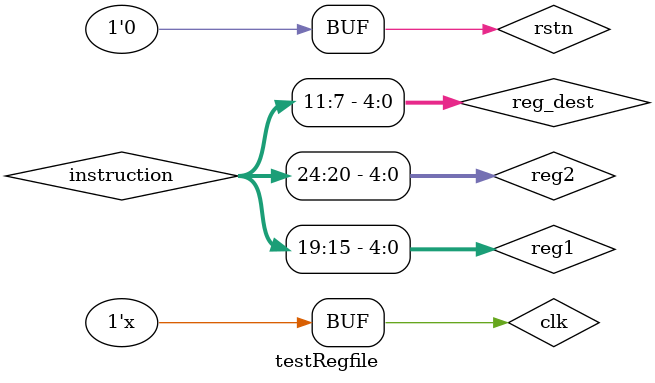
<source format=v>
`timescale 1ps/1ps
module testRegfile();

wire [31:0]now_pc;
wire [31:0] instruction;
wire [31:0]next_pc;
wire MemtoReg,RegWrite;
wire [2:0]MemRead;
wire [1:0]MemWrite;
wire [4:0] Aluop;
wire jalr;
wire Alusrc1,Alusrc2;
wire Add4;
reg clk,rstn;
wire[31:0]imm;
wire Branch;

wire [4:0]reg1=instruction[19:15];
wire[4:0]reg2=instruction[24:20];
wire[4:0]reg_dest=instruction[11:7];
wire[31:0] dataToWrite;
wire [31:0]outData1;
wire [31:0]outData2;//from register

wire [31:0] src2;
wire [3:0] operation;
wire [31:0]result;
wire zero;
wire [6:0]Func7=instruction[31:25];
wire [2:0]Func3=instruction[14:12];
wire [31:0] readOutData;//from memory
initial begin

    clk=1;
    rstn=0;
    //rstn=1'b1;  
end

always #30 clk=~clk;

pc_adder testpc_adder(
.now_pc(now_pc),
.imm(imm),
.readData1(outData1),
.Branch(Branch),
.zero(zero),
.jalr(jalr),
.next_pc(next_pc)
);

Instruction_Mem inst_mem(
    
    .pc(now_pc),
    .instruction(instruction)
);

PC testPC(
    .clk(clk),
    .rstn(rstn),
    .next_pc(next_pc),
    .now_pc(now_pc)
);

control  testcontrol(
.opcode(instruction[6:0]),
.func7(instruction[31:25]),
.func3(instruction[14:12]),
.Alusrc1(Alusrc1),
.Alusrc2(Alusrc2),
.MemtoReg(MemtoReg),
.RegWrite(RegWrite),
.MemRead(MemRead),
.MemWrite(MemWrite),
.Branch(Branch),
.Add4(Add4),
.jalr(jalr),
.Aluop(Aluop)
);

Imm_Generator testimm_gen(
.instruction(instruction),
.imm_out(imm)
);

Registers testReg(
.clk(clk),
.reg1(reg1),
.reg2(reg2),
.reg_dest(reg_dest),
.dataToWrite(dataToWrite),
.outData1(outData1),
.outData2(outData2)
);


endmodule //testAlu

</source>
